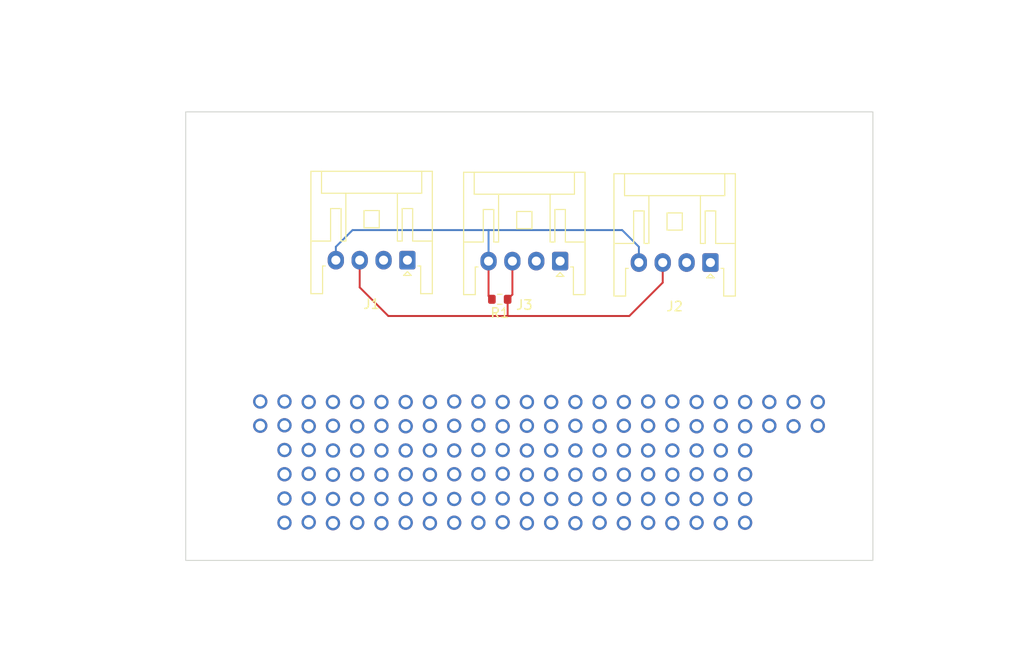
<source format=kicad_pcb>
(kicad_pcb (version 20221018) (generator pcbnew)
  (layers (0 "F.Cu" signal) (31 "B.Cu" signal) (34 "B.Paste" user) (35 "F.Paste" user) (36 "B.SilkS" user "B.Silkscreen") (37 "F.SilkS" user "F.Silkscreen") (38 "B.Mask" user) (39 "F.Mask" user) (44 "Edge.Cuts" user))
  (net 0 "")
  (net 3 "/D-")
  (net 4 "/D+")
  (footprint "MountingHole:MountingHole_4.3mm_M4" (layer "F.Cu") (at 101.77 138.36)
    (fp_text reference "REF**" hide)
    (fp_text value "MountingHole_4.3mm_M4")
    (pad "" np_thru_hole circle (at 0 0) (size 4.3 4.3) (drill 4.3) (layers "F&B.Cu" "*.Mask"))
  )
  (footprint "Connector_JST:JST_XA_S04B-XASK-1N-BN_1x04_P2.50mm_Horizontal" (layer "F.Cu") (at 122 109.9 180)
    (fp_text reference "J1" (at 3.75 -4.6) (layer "F.SilkS"))
    (fp_text value "Conn_01x04_Male")
    (fp_line (start -2.61 -3.51) (end -2.61 9.31) (stroke (width 0.12)) (layer "F.SilkS"))
    (fp_line (start -2.61 9.31) (end 10.11 9.31) (stroke (width 0.12)) (layer "F.SilkS"))
    (fp_line (start -1.5 7.01) (end 9 7.01) (stroke (width 0.12)) (layer "F.SilkS"))
    (fp_line (start -1.5 9.31) (end -1.5 7.01) (stroke (width 0.12)) (layer "F.SilkS"))
    (fp_line (start -1.39 -3.51) (end -2.61 -3.51) (stroke (width 0.12)) (layer "F.SilkS"))
    (fp_line (start -1.39 -0.61) (end -1.39 -3.51) (stroke (width 0.12)) (layer "F.SilkS"))
    (fp_line (start -1.11 -0.61) (end -1.39 -0.61) (stroke (width 0.12)) (layer "F.SilkS"))
    (fp_line (start -0.55 2) (end -2.61 2) (stroke (width 0.12)) (layer "F.SilkS"))
    (fp_line (start -0.55 5.41) (end -0.55 2) (stroke (width 0.12)) (layer "F.SilkS"))
    (fp_line (start -0.4 -1.6) (end 0.4 -1.6) (stroke (width 0.12)) (layer "F.SilkS"))
    (fp_line (start 0 -1.2) (end -0.4 -1.6) (stroke (width 0.12)) (layer "F.SilkS"))
    (fp_line (start 0.4 -1.6) (end 0 -1.2) (stroke (width 0.12)) (layer "F.SilkS"))
    (fp_line (start 0.55 2) (end 0.55 5.41) (stroke (width 0.12)) (layer "F.SilkS"))
    (fp_line (start 0.55 5.41) (end -0.55 5.41) (stroke (width 0.12)) (layer "F.SilkS"))
    (fp_line (start 1.05 2) (end 0.55 2) (stroke (width 0.12)) (layer "F.SilkS"))
    (fp_line (start 1.05 7.01) (end 1.05 2) (stroke (width 0.12)) (layer "F.SilkS"))
    (fp_line (start 2.95 3.4) (end 4.55 3.4) (stroke (width 0.12)) (layer "F.SilkS"))
    (fp_line (start 2.95 5.2) (end 2.95 3.4) (stroke (width 0.12)) (layer "F.SilkS"))
    (fp_line (start 4.55 3.4) (end 4.55 5.2) (stroke (width 0.12)) (layer "F.SilkS"))
    (fp_line (start 4.55 5.2) (end 2.95 5.2) (stroke (width 0.12)) (layer "F.SilkS"))
    (fp_line (start 6.45 2) (end 6.95 2) (stroke (width 0.12)) (layer "F.SilkS"))
    (fp_line (start 6.45 7.01) (end 6.45 2) (stroke (width 0.12)) (layer "F.SilkS"))
    (fp_line (start 6.95 2) (end 6.95 5.41) (stroke (width 0.12)) (layer "F.SilkS"))
    (fp_line (start 6.95 5.41) (end 8.05 5.41) (stroke (width 0.12)) (layer "F.SilkS"))
    (fp_line (start 8.05 2) (end 10.11 2) (stroke (width 0.12)) (layer "F.SilkS"))
    (fp_line (start 8.05 5.41) (end 8.05 2) (stroke (width 0.12)) (layer "F.SilkS"))
    (fp_line (start 8.89 -3.51) (end 8.89 -0.61) (stroke (width 0.12)) (layer "F.SilkS"))
    (fp_line (start 8.89 -0.61) (end 8.61 -0.61) (stroke (width 0.12)) (layer "F.SilkS"))
    (fp_line (start 9 7.01) (end 9 9.31) (stroke (width 0.12)) (layer "F.SilkS"))
    (fp_line (start 10.11 -3.51) (end 8.89 -3.51) (stroke (width 0.12)) (layer "F.SilkS"))
    (fp_line (start 10.11 9.31) (end 10.11 -3.51) (stroke (width 0.12)) (layer "F.SilkS"))
    (pad "1" thru_hole roundrect (at 0 0 180) (size 1.7 1.95) (drill 0.95) (layers "*.Cu" "*.Mask") (roundrect_rratio 0.147059))
    (pad "2" thru_hole oval (at 2.5 0 180) (size 1.7 1.95) (drill 0.95) (layers "*.Cu" "*.Mask"))
    (pad "3" thru_hole oval (at 5 0 180) (size 1.7 1.95) (drill 0.95) (layers "*.Cu" "*.Mask") (net 3 "/D-"))
    (pad "4" thru_hole oval (at 7.5 0 180) (size 1.7 1.95) (drill 0.95) (layers "*.Cu" "*.Mask") (net 4 "/D+"))
  )
  (footprint "Resistor_SMD:R_0603_1608Metric" (layer "F.Cu") (at 131.675 114 180)
    (fp_text reference "R1" (at 0 -1.43) (layer "F.SilkS"))
    (fp_text value "120")
    (fp_line (start -0.237258 -0.5225) (end 0.237258 -0.5225) (stroke (width 0.12)) (layer "F.SilkS"))
    (fp_line (start -0.237258 0.5225) (end 0.237258 0.5225) (stroke (width 0.12)) (layer "F.SilkS"))
    (pad "1" smd roundrect (at -0.825 0 180) (size 0.8 0.95) (layers "F.Cu" "F.Paste" "F.Mask") (net 3 "/D-"))
    (pad "2" smd roundrect (at 0.825 0 180) (size 0.8 0.95) (layers "F.Cu" "F.Paste" "F.Mask") (net 4 "/D+"))
  )
  (footprint "MountingHole:MountingHole_4.3mm_M4" (layer "F.Cu") (at 101.77 97.36)
    (fp_text reference "REF**" hide)
    (fp_text value "MountingHole_4.3mm_M4")
    (pad "" np_thru_hole circle (at 0 0) (size 4.3 4.3) (drill 4.3) (layers "F&B.Cu" "*.Mask"))
  )
  (footprint "MountingHole:MountingHole_4.3mm_M4" (layer "F.Cu") (at 167.77 138.36)
    (fp_text reference "REF**" hide)
    (fp_text value "MountingHole_4.3mm_M4")
    (pad "" np_thru_hole circle (at 0 0) (size 4.3 4.3) (drill 4.3) (layers "F&B.Cu" "*.Mask"))
  )
  (footprint "MountingHole:MountingHole_4.3mm_M4" (layer "F.Cu") (at 167.77 97.36)
    (fp_text reference "REF**" hide)
    (fp_text value "MountingHole_4.3mm_M4")
    (pad "" np_thru_hole circle (at 0 0) (size 4.3 4.3) (drill 4.3) (layers "F&B.Cu" "*.Mask"))
  )
  (footprint "Connector_JST:JST_XA_S04B-XASK-1N-BN_1x04_P2.50mm_Horizontal" (layer "F.Cu") (at 153.75 110.15 180)
    (fp_text reference "J2" (at 3.75 -4.6) (layer "F.SilkS"))
    (fp_text value "Conn_01x04_Male")
    (fp_line (start -2.61 -3.51) (end -2.61 9.31) (stroke (width 0.12)) (layer "F.SilkS"))
    (fp_line (start -2.61 9.31) (end 10.11 9.31) (stroke (width 0.12)) (layer "F.SilkS"))
    (fp_line (start -1.5 7.01) (end 9 7.01) (stroke (width 0.12)) (layer "F.SilkS"))
    (fp_line (start -1.5 9.31) (end -1.5 7.01) (stroke (width 0.12)) (layer "F.SilkS"))
    (fp_line (start -1.39 -3.51) (end -2.61 -3.51) (stroke (width 0.12)) (layer "F.SilkS"))
    (fp_line (start -1.39 -0.61) (end -1.39 -3.51) (stroke (width 0.12)) (layer "F.SilkS"))
    (fp_line (start -1.11 -0.61) (end -1.39 -0.61) (stroke (width 0.12)) (layer "F.SilkS"))
    (fp_line (start -0.55 2) (end -2.61 2) (stroke (width 0.12)) (layer "F.SilkS"))
    (fp_line (start -0.55 5.41) (end -0.55 2) (stroke (width 0.12)) (layer "F.SilkS"))
    (fp_line (start -0.4 -1.6) (end 0.4 -1.6) (stroke (width 0.12)) (layer "F.SilkS"))
    (fp_line (start 0 -1.2) (end -0.4 -1.6) (stroke (width 0.12)) (layer "F.SilkS"))
    (fp_line (start 0.4 -1.6) (end 0 -1.2) (stroke (width 0.12)) (layer "F.SilkS"))
    (fp_line (start 0.55 2) (end 0.55 5.41) (stroke (width 0.12)) (layer "F.SilkS"))
    (fp_line (start 0.55 5.41) (end -0.55 5.41) (stroke (width 0.12)) (layer "F.SilkS"))
    (fp_line (start 1.05 2) (end 0.55 2) (stroke (width 0.12)) (layer "F.SilkS"))
    (fp_line (start 1.05 7.01) (end 1.05 2) (stroke (width 0.12)) (layer "F.SilkS"))
    (fp_line (start 2.95 3.4) (end 4.55 3.4) (stroke (width 0.12)) (layer "F.SilkS"))
    (fp_line (start 2.95 5.2) (end 2.95 3.4) (stroke (width 0.12)) (layer "F.SilkS"))
    (fp_line (start 4.55 3.4) (end 4.55 5.2) (stroke (width 0.12)) (layer "F.SilkS"))
    (fp_line (start 4.55 5.2) (end 2.95 5.2) (stroke (width 0.12)) (layer "F.SilkS"))
    (fp_line (start 6.45 2) (end 6.95 2) (stroke (width 0.12)) (layer "F.SilkS"))
    (fp_line (start 6.45 7.01) (end 6.45 2) (stroke (width 0.12)) (layer "F.SilkS"))
    (fp_line (start 6.95 2) (end 6.95 5.41) (stroke (width 0.12)) (layer "F.SilkS"))
    (fp_line (start 6.95 5.41) (end 8.05 5.41) (stroke (width 0.12)) (layer "F.SilkS"))
    (fp_line (start 8.05 2) (end 10.11 2) (stroke (width 0.12)) (layer "F.SilkS"))
    (fp_line (start 8.05 5.41) (end 8.05 2) (stroke (width 0.12)) (layer "F.SilkS"))
    (fp_line (start 8.89 -3.51) (end 8.89 -0.61) (stroke (width 0.12)) (layer "F.SilkS"))
    (fp_line (start 8.89 -0.61) (end 8.61 -0.61) (stroke (width 0.12)) (layer "F.SilkS"))
    (fp_line (start 9 7.01) (end 9 9.31) (stroke (width 0.12)) (layer "F.SilkS"))
    (fp_line (start 10.11 -3.51) (end 8.89 -3.51) (stroke (width 0.12)) (layer "F.SilkS"))
    (fp_line (start 10.11 9.31) (end 10.11 -3.51) (stroke (width 0.12)) (layer "F.SilkS"))
    (pad "1" thru_hole roundrect (at 0 0 180) (size 1.7 1.95) (drill 0.95) (layers "*.Cu" "*.Mask") (roundrect_rratio 0.147059))
    (pad "2" thru_hole oval (at 2.5 0 180) (size 1.7 1.95) (drill 0.95) (layers "*.Cu" "*.Mask"))
    (pad "3" thru_hole oval (at 5 0 180) (size 1.7 1.95) (drill 0.95) (layers "*.Cu" "*.Mask") (net 3 "/D-"))
    (pad "4" thru_hole oval (at 7.5 0 180) (size 1.7 1.95) (drill 0.95) (layers "*.Cu" "*.Mask") (net 4 "/D+"))
  )
  (footprint "Connector_JST:JST_XA_S04B-XASK-1N-BN_1x04_P2.50mm_Horizontal" (layer "F.Cu") (at 138 110 180)
    (fp_text reference "J3" (at 3.75 -4.6) (layer "F.SilkS"))
    (fp_text value "Conn_01x04_Male")
    (fp_line (start -2.61 -3.51) (end -2.61 9.31) (stroke (width 0.12)) (layer "F.SilkS"))
    (fp_line (start -2.61 9.31) (end 10.11 9.31) (stroke (width 0.12)) (layer "F.SilkS"))
    (fp_line (start -1.5 7.01) (end 9 7.01) (stroke (width 0.12)) (layer "F.SilkS"))
    (fp_line (start -1.5 9.31) (end -1.5 7.01) (stroke (width 0.12)) (layer "F.SilkS"))
    (fp_line (start -1.39 -3.51) (end -2.61 -3.51) (stroke (width 0.12)) (layer "F.SilkS"))
    (fp_line (start -1.39 -0.61) (end -1.39 -3.51) (stroke (width 0.12)) (layer "F.SilkS"))
    (fp_line (start -1.11 -0.61) (end -1.39 -0.61) (stroke (width 0.12)) (layer "F.SilkS"))
    (fp_line (start -0.55 2) (end -2.61 2) (stroke (width 0.12)) (layer "F.SilkS"))
    (fp_line (start -0.55 5.41) (end -0.55 2) (stroke (width 0.12)) (layer "F.SilkS"))
    (fp_line (start -0.4 -1.6) (end 0.4 -1.6) (stroke (width 0.12)) (layer "F.SilkS"))
    (fp_line (start 0 -1.2) (end -0.4 -1.6) (stroke (width 0.12)) (layer "F.SilkS"))
    (fp_line (start 0.4 -1.6) (end 0 -1.2) (stroke (width 0.12)) (layer "F.SilkS"))
    (fp_line (start 0.55 2) (end 0.55 5.41) (stroke (width 0.12)) (layer "F.SilkS"))
    (fp_line (start 0.55 5.41) (end -0.55 5.41) (stroke (width 0.12)) (layer "F.SilkS"))
    (fp_line (start 1.05 2) (end 0.55 2) (stroke (width 0.12)) (layer "F.SilkS"))
    (fp_line (start 1.05 7.01) (end 1.05 2) (stroke (width 0.12)) (layer "F.SilkS"))
    (fp_line (start 2.95 3.4) (end 4.55 3.4) (stroke (width 0.12)) (layer "F.SilkS"))
    (fp_line (start 2.95 5.2) (end 2.95 3.4) (stroke (width 0.12)) (layer "F.SilkS"))
    (fp_line (start 4.55 3.4) (end 4.55 5.2) (stroke (width 0.12)) (layer "F.SilkS"))
    (fp_line (start 4.55 5.2) (end 2.95 5.2) (stroke (width 0.12)) (layer "F.SilkS"))
    (fp_line (start 6.45 2) (end 6.95 2) (stroke (width 0.12)) (layer "F.SilkS"))
    (fp_line (start 6.45 7.01) (end 6.45 2) (stroke (width 0.12)) (layer "F.SilkS"))
    (fp_line (start 6.95 2) (end 6.95 5.41) (stroke (width 0.12)) (layer "F.SilkS"))
    (fp_line (start 6.95 5.41) (end 8.05 5.41) (stroke (width 0.12)) (layer "F.SilkS"))
    (fp_line (start 8.05 2) (end 10.11 2) (stroke (width 0.12)) (layer "F.SilkS"))
    (fp_line (start 8.05 5.41) (end 8.05 2) (stroke (width 0.12)) (layer "F.SilkS"))
    (fp_line (start 8.89 -3.51) (end 8.89 -0.61) (stroke (width 0.12)) (layer "F.SilkS"))
    (fp_line (start 8.89 -0.61) (end 8.61 -0.61) (stroke (width 0.12)) (layer "F.SilkS"))
    (fp_line (start 9 7.01) (end 9 9.31) (stroke (width 0.12)) (layer "F.SilkS"))
    (fp_line (start 10.11 -3.51) (end 8.89 -3.51) (stroke (width 0.12)) (layer "F.SilkS"))
    (fp_line (start 10.11 9.31) (end 10.11 -3.51) (stroke (width 0.12)) (layer "F.SilkS"))
    (pad "1" thru_hole roundrect (at 0 0 180) (size 1.7 1.95) (drill 0.95) (layers "*.Cu" "*.Mask") (roundrect_rratio 0.147059))
    (pad "2" thru_hole oval (at 2.5 0 180) (size 1.7 1.95) (drill 0.95) (layers "*.Cu" "*.Mask"))
    (pad "3" thru_hole oval (at 5 0 180) (size 1.7 1.95) (drill 0.95) (layers "*.Cu" "*.Mask") (net 3 "/D-"))
    (pad "4" thru_hole oval (at 7.5 0 180) (size 1.7 1.95) (drill 0.95) (layers "*.Cu" "*.Mask") (net 4 "/D+"))
  )
  (gr_rect (start 98.77 94.36) (end 170.77 141.36) (stroke (width 0.1)) (fill none) (layer "Edge.Cuts"))
  (via (at 134.52 129.84) (size 1.5) (drill 1) (layers "F.Cu" "B.Cu") (net 0))
  (via (at 157.38 127.3) (size 1.5) (drill 1) (layers "F.Cu" "B.Cu") (net 0))
  (via (at 119.28 137.46) (size 1.5) (drill 1) (layers "F.Cu" "B.Cu") (net 0))
  (via (at 116.74 132.33) (size 1.5) (drill 1) (layers "F.Cu" "B.Cu") (net 0))
  (via (at 149.76 132.38) (size 1.5) (drill 1) (layers "F.Cu" "B.Cu") (net 0))
  (via (at 147.22 132.33) (size 1.5) (drill 1) (layers "F.Cu" "B.Cu") (net 0))
  (via (at 126.9 129.84) (size 1.5) (drill 1) (layers "F.Cu" "B.Cu") (net 0))
  (via (at 142.14 129.84) (size 1.5) (drill 1) (layers "F.Cu" "B.Cu") (net 0))
  (via (at 154.84 124.76) (size 1.5) (drill 1) (layers "F.Cu" "B.Cu") (net 0))
  (via (at 126.9 132.33) (size 1.5) (drill 1) (layers "F.Cu" "B.Cu") (net 0))
  (via (at 142.14 124.76) (size 1.5) (drill 1) (layers "F.Cu" "B.Cu") (net 0))
  (via (at 116.74 134.92) (size 1.5) (drill 1) (layers "F.Cu" "B.Cu") (net 0))
  (via (at 119.28 132.38) (size 1.5) (drill 1) (layers "F.Cu" "B.Cu") (net 0))
  (via (at 111.66 127.3) (size 1.5) (drill 1) (layers "F.Cu" "B.Cu") (net 0))
  (via (at 157.38 137.41) (size 1.5) (drill 1) (layers "F.Cu" "B.Cu") (net 0))
  (via (at 119.28 127.25) (size 1.5) (drill 1) (layers "F.Cu" "B.Cu") (net 0))
  (via (at 159.92 127.25) (size 1.5) (drill 1) (layers "F.Cu" "B.Cu") (net 0))
  (via (at 109.12 127.2) (size 1.5) (drill 1) (layers "F.Cu" "B.Cu") (net 0))
  (via (at 119.28 129.84) (size 1.5) (drill 1) (layers "F.Cu" "B.Cu") (net 0))
  (via (at 134.52 134.92) (size 1.5) (drill 1) (layers "F.Cu" "B.Cu") (net 0))
  (via (at 106.58 127.25) (size 1.5) (drill 1) (layers "F.Cu" "B.Cu") (net 0))
  (via (at 131.98 127.3) (size 1.5) (drill 1) (layers "F.Cu" "B.Cu") (net 0))
  (via (at 152.3 124.76) (size 1.5) (drill 1) (layers "F.Cu" "B.Cu") (net 0))
  (via (at 134.52 137.46) (size 1.5) (drill 1) (layers "F.Cu" "B.Cu") (net 0))
  (via (at 126.9 134.92) (size 1.5) (drill 1) (layers "F.Cu" "B.Cu") (net 0))
  (via (at 149.76 124.71) (size 1.5) (drill 1) (layers "F.Cu" "B.Cu") (net 0))
  (via (at 131.98 132.28) (size 1.5) (drill 1) (layers "F.Cu" "B.Cu") (net 0))
  (via (at 139.6 129.84) (size 1.5) (drill 1) (layers "F.Cu" "B.Cu") (net 0))
  (via (at 157.38 124.76) (size 1.5) (drill 1) (layers "F.Cu" "B.Cu") (net 0))
  (via (at 149.76 127.2) (size 1.5) (drill 1) (layers "F.Cu" "B.Cu") (net 0))
  (via (at 109.12 124.71) (size 1.5) (drill 1) (layers "F.Cu" "B.Cu") (net 0))
  (via (at 165 124.76) (size 1.5) (drill 1) (layers "F.Cu" "B.Cu") (net 0))
  (via (at 111.66 134.87) (size 1.5) (drill 1) (layers "F.Cu" "B.Cu") (net 0))
  (via (at 121.82 137.41) (size 1.5) (drill 1) (layers "F.Cu" "B.Cu") (net 0))
  (via (at 116.74 137.41) (size 1.5) (drill 1) (layers "F.Cu" "B.Cu") (net 0))
  (via (at 147.22 134.92) (size 1.5) (drill 1) (layers "F.Cu" "B.Cu") (net 0))
  (via (at 142.14 127.3) (size 1.5) (drill 1) (layers "F.Cu" "B.Cu") (net 0))
  (via (at 149.76 129.84) (size 1.5) (drill 1) (layers "F.Cu" "B.Cu") (net 0))
  (via (at 116.74 124.76) (size 1.5) (drill 1) (layers "F.Cu" "B.Cu") (net 0))
  (via (at 124.36 134.92) (size 1.5) (drill 1) (layers "F.Cu" "B.Cu") (net 0))
  (via (at 139.6 132.38) (size 1.5) (drill 1) (layers "F.Cu" "B.Cu") (net 0))
  (via (at 119.28 124.76) (size 1.5) (drill 1) (layers "F.Cu" "B.Cu") (net 0))
  (via (at 152.3 129.84) (size 1.5) (drill 1) (layers "F.Cu" "B.Cu") (net 0))
  (via (at 152.3 132.33) (size 1.5) (drill 1) (layers "F.Cu" "B.Cu") (net 0))
  (via (at 147.22 127.25) (size 1.5) (drill 1) (layers "F.Cu" "B.Cu") (net 0))
  (via (at 109.12 134.87) (size 1.5) (drill 1) (layers "F.Cu" "B.Cu") (net 0))
  (via (at 114.2 132.38) (size 1.5) (drill 1) (layers "F.Cu" "B.Cu") (net 0))
  (via (at 154.84 137.46) (size 1.5) (drill 1) (layers "F.Cu" "B.Cu") (net 0))
  (via (at 137.06 129.84) (size 1.5) (drill 1) (layers "F.Cu" "B.Cu") (net 0))
  (via (at 124.36 129.84) (size 1.5) (drill 1) (layers "F.Cu" "B.Cu") (net 0))
  (via (at 111.66 137.36) (size 1.5) (drill 1) (layers "F.Cu" "B.Cu") (net 0))
  (via (at 152.3 127.3) (size 1.5) (drill 1) (layers "F.Cu" "B.Cu") (net 0))
  (via (at 126.9 127.25) (size 1.5) (drill 1) (layers "F.Cu" "B.Cu") (net 0))
  (via (at 129.44 132.33) (size 1.5) (drill 1) (layers "F.Cu" "B.Cu") (net 0))
  (via (at 154.84 134.92) (size 1.5) (drill 1) (layers "F.Cu" "B.Cu") (net 0))
  (via (at 147.22 137.41) (size 1.5) (drill 1) (layers "F.Cu" "B.Cu") (net 0))
  (via (at 157.38 132.33) (size 1.5) (drill 1) (layers "F.Cu" "B.Cu") (net 0))
  (via (at 121.82 124.76) (size 1.5) (drill 1) (layers "F.Cu" "B.Cu") (net 0))
  (via (at 114.2 127.25) (size 1.5) (drill 1) (layers "F.Cu" "B.Cu") (net 0))
  (via (at 109.12 129.79) (size 1.5) (drill 1) (layers "F.Cu" "B.Cu") (net 0))
  (via (at 131.98 129.79) (size 1.5) (drill 1) (layers "F.Cu" "B.Cu") (net 0))
  (via (at 157.38 129.84) (size 1.5) (drill 1) (layers "F.Cu" "B.Cu") (net 0))
  (via (at 131.98 134.87) (size 1.5) (drill 1) (layers "F.Cu" "B.Cu") (net 0))
  (via (at 121.82 129.84) (size 1.5) (drill 1) (layers "F.Cu" "B.Cu") (net 0))
  (via (at 144.68 127.25) (size 1.5) (drill 1) (layers "F.Cu" "B.Cu") (net 0))
  (via (at 137.06 124.76) (size 1.5) (drill 1) (layers "F.Cu" "B.Cu") (net 0))
  (via (at 144.68 134.92) (size 1.5) (drill 1) (layers "F.Cu" "B.Cu") (net 0))
  (via (at 121.82 132.33) (size 1.5) (drill 1) (layers "F.Cu" "B.Cu") (net 0))
  (via (at 124.36 127.25) (size 1.5) (drill 1) (layers "F.Cu" "B.Cu") (net 0))
  (via (at 139.6 134.92) (size 1.5) (drill 1) (layers "F.Cu" "B.Cu") (net 0))
  (via (at 134.52 124.76) (size 1.5) (drill 1) (layers "F.Cu" "B.Cu") (net 0))
  (via (at 147.22 129.84) (size 1.5) (drill 1) (layers "F.Cu" "B.Cu") (net 0))
  (via (at 131.98 124.76) (size 1.5) (drill 1) (layers "F.Cu" "B.Cu") (net 0))
  (via (at 129.44 134.87) (size 1.5) (drill 1) (layers "F.Cu" "B.Cu") (net 0))
  (via (at 137.06 134.92) (size 1.5) (drill 1) (layers "F.Cu" "B.Cu") (net 0))
  (via (at 111.66 129.79) (size 1.5) (drill 1) (layers "F.Cu" "B.Cu") (net 0))
  (via (at 106.58 124.71) (size 1.5) (drill 1) (layers "F.Cu" "B.Cu") (net 0))
  (via (at 137.06 137.41) (size 1.5) (drill 1) (layers "F.Cu" "B.Cu") (net 0))
  (via (at 165 127.25) (size 1.5) (drill 1) (layers "F.Cu" "B.Cu") (net 0))
  (via (at 124.36 124.76) (size 1.5) (drill 1) (layers "F.Cu" "B.Cu") (net 0))
  (via (at 116.74 127.3) (size 1.5) (drill 1) (layers "F.Cu" "B.Cu") (net 0))
  (via (at 129.44 124.71) (size 1.5) (drill 1) (layers "F.Cu" "B.Cu") (net 0))
  (via (at 142.14 137.41) (size 1.5) (drill 1) (layers "F.Cu" "B.Cu") (net 0))
  (via (at 134.52 132.38) (size 1.5) (drill 1) (layers "F.Cu" "B.Cu") (net 0))
  (via (at 159.92 124.76) (size 1.5) (drill 1) (layers "F.Cu" "B.Cu") (net 0))
  (via (at 152.3 134.92) (size 1.5) (drill 1) (layers "F.Cu" "B.Cu") (net 0))
  (via (at 137.06 132.33) (size 1.5) (drill 1) (layers "F.Cu" "B.Cu") (net 0))
  (via (at 126.9 137.41) (size 1.5) (drill 1) (layers "F.Cu" "B.Cu") (net 0))
  (via (at 126.9 124.71) (size 1.5) (drill 1) (layers "F.Cu" "B.Cu") (net 0))
  (via (at 121.82 127.3) (size 1.5) (drill 1) (layers "F.Cu" "B.Cu") (net 0))
  (via (at 119.28 134.92) (size 1.5) (drill 1) (layers "F.Cu" "B.Cu") (net 0))
  (via (at 142.14 132.33) (size 1.5) (drill 1) (layers "F.Cu" "B.Cu") (net 0))
  (via (at 129.44 137.41) (size 1.5) (drill 1) (layers "F.Cu" "B.Cu") (net 0))
  (via (at 114.2 134.92) (size 1.5) (drill 1) (layers "F.Cu" "B.Cu") (net 0))
  (via (at 154.84 127.25) (size 1.5) (drill 1) (layers "F.Cu" "B.Cu") (net 0))
  (via (at 137.06 127.3) (size 1.5) (drill 1) (layers "F.Cu" "B.Cu") (net 0))
  (via (at 149.76 134.92) (size 1.5) (drill 1) (layers "F.Cu" "B.Cu") (net 0))
  (via (at 116.74 129.84) (size 1.5) (drill 1) (layers "F.Cu" "B.Cu") (net 0))
  (via (at 114.2 124.76) (size 1.5) (drill 1) (layers "F.Cu" "B.Cu") (net 0))
  (via (at 114.2 129.84) (size 1.5) (drill 1) (layers "F.Cu" "B.Cu") (net 0))
  (via (at 121.82 134.92) (size 1.5) (drill 1) (layers "F.Cu" "B.Cu") (net 0))
  (via (at 147.22 124.71) (size 1.5) (drill 1) (layers "F.Cu" "B.Cu") (net 0))
  (via (at 154.84 129.84) (size 1.5) (drill 1) (layers "F.Cu" "B.Cu") (net 0))
  (via (at 124.36 132.38) (size 1.5) (drill 1) (layers "F.Cu" "B.Cu") (net 0))
  (via (at 152.3 137.41) (size 1.5) (drill 1) (layers "F.Cu" "B.Cu") (net 0))
  (via (at 144.68 129.84) (size 1.5) (drill 1) (layers "F.Cu" "B.Cu") (net 0))
  (via (at 162.46 124.76) (size 1.5) (drill 1) (layers "F.Cu" "B.Cu") (net 0))
  (via (at 111.66 132.28) (size 1.5) (drill 1) (layers "F.Cu" "B.Cu") (net 0))
  (via (at 144.68 124.76) (size 1.5) (drill 1) (layers "F.Cu" "B.Cu") (net 0))
  (via (at 129.44 129.79) (size 1.5) (drill 1) (layers "F.Cu" "B.Cu") (net 0))
  (via (at 157.38 134.92) (size 1.5) (drill 1) (layers "F.Cu" "B.Cu") (net 0))
  (via (at 154.84 132.38) (size 1.5) (drill 1) (layers "F.Cu" "B.Cu") (net 0))
  (via (at 144.68 132.38) (size 1.5) (drill 1) (layers "F.Cu" "B.Cu") (net 0))
  (via (at 109.12 137.41) (size 1.5) (drill 1) (layers "F.Cu" "B.Cu") (net 0))
  (via (at 114.2 137.46) (size 1.5) (drill 1) (layers "F.Cu" "B.Cu") (net 0))
  (via (at 139.6 137.46) (size 1.5) (drill 1) (layers "F.Cu" "B.Cu") (net 0))
  (via (at 144.68 137.46) (size 1.5) (drill 1) (layers "F.Cu" "B.Cu") (net 0))
  (via (at 149.76 137.46) (size 1.5) (drill 1) (layers "F.Cu" "B.Cu") (net 0))
  (via (at 134.52 127.25) (size 1.5) (drill 1) (layers "F.Cu" "B.Cu") (net 0))
  (via (at 139.6 124.76) (size 1.5) (drill 1) (layers "F.Cu" "B.Cu") (net 0))
  (via (at 109.12 132.33) (size 1.5) (drill 1) (layers "F.Cu" "B.Cu") (net 0))
  (via (at 131.98 137.36) (size 1.5) (drill 1) (layers "F.Cu" "B.Cu") (net 0))
  (via (at 142.14 134.92) (size 1.5) (drill 1) (layers "F.Cu" "B.Cu") (net 0))
  (via (at 124.36 137.46) (size 1.5) (drill 1) (layers "F.Cu" "B.Cu") (net 0))
  (via (at 129.44 127.2) (size 1.5) (drill 1) (layers "F.Cu" "B.Cu") (net 0))
  (via (at 139.6 127.25) (size 1.5) (drill 1) (layers "F.Cu" "B.Cu") (net 0))
  (via (at 162.46 127.3) (size 1.5) (drill 1) (layers "F.Cu" "B.Cu") (net 0))
  (via (at 111.66 124.76) (size 1.5) (drill 1) (layers "F.Cu" "B.Cu") (net 0))
  (segment (start 117 112.75) (end 117 109.9) (width 0.2) (layer "F.Cu") (net 3))
  (segment (start 132.5 114) (end 132.5 115.75) (width 0.2) (layer "F.Cu") (net 3))
  (segment (start 145.25 115.75) (end 132.5 115.75) (width 0.2) (layer "F.Cu") (net 3))
  (segment (start 120 115.75) (end 117 112.75) (width 0.2) (layer "F.Cu") (net 3))
  (segment (start 133 110) (end 133 113.5) (width 0.2) (layer "F.Cu") (net 3))
  (segment (start 148.75 112.25) (end 145.25 115.75) (width 0.2) (layer "F.Cu") (net 3))
  (segment (start 132.5 115.75) (end 120 115.75) (width 0.2) (layer "F.Cu") (net 3))
  (segment (start 133 113.5) (end 132.5 114) (width 0.2) (layer "F.Cu") (net 3))
  (segment (start 148.75 110.15) (end 148.75 112.25) (width 0.2) (layer "F.Cu") (net 3))
  (segment (start 130.5 110) (end 130.5 113.65) (width 0.2) (layer "F.Cu") (net 4))
  (segment (start 130.5 113.65) (end 130.85 114) (width 0.2) (layer "F.Cu") (net 4))
  (segment (start 130.5 110) (end 130.5 106.75) (width 0.2) (layer "B.Cu") (net 4))
  (segment (start 144.5 106.75) (end 116.25 106.75) (width 0.2) (layer "B.Cu") (net 4))
  (segment (start 116.25 106.75) (end 114.5 108.5) (width 0.2) (layer "B.Cu") (net 4))
  (segment (start 146.25 110.15) (end 146.25 108.5) (width 0.2) (layer "B.Cu") (net 4))
  (segment (start 146.25 108.5) (end 144.5 106.75) (width 0.2) (layer "B.Cu") (net 4))
  (segment (start 114.5 108.5) (end 114.5 109.9) (width 0.2) (layer "B.Cu") (net 4))
)
</source>
